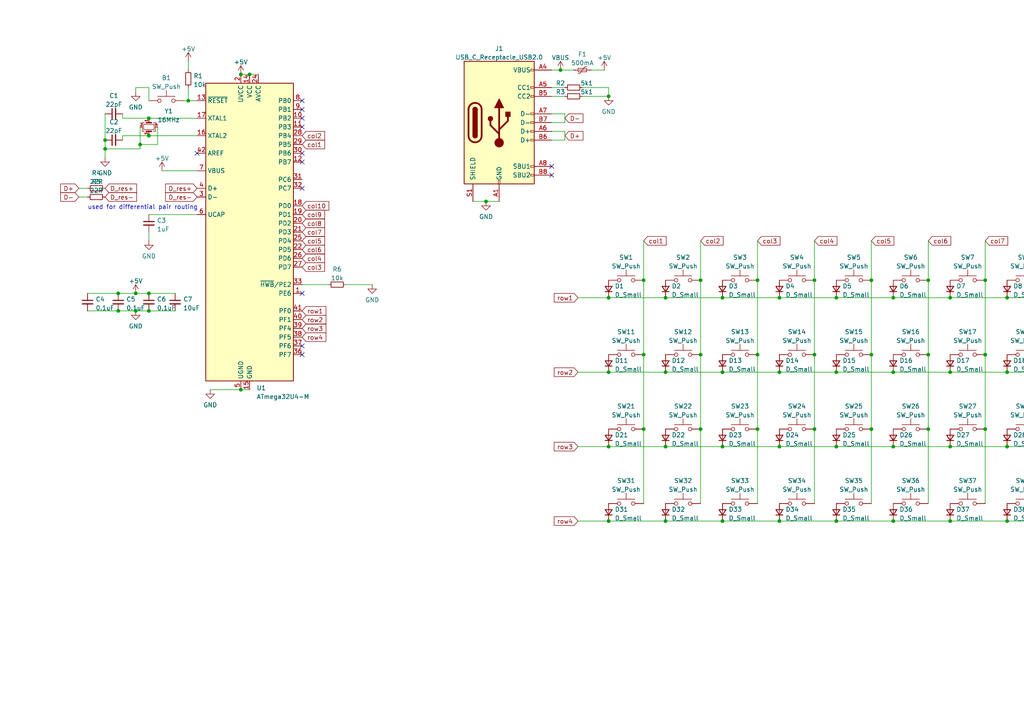
<source format=kicad_sch>
(kicad_sch (version 20211123) (generator eeschema)
  (paper "A4")
  (lib_symbols
    (symbol "Connector:USB_C_Receptacle_USB2.0" (pin_names (offset 1.016))
      (property "Reference" "J" (at -10.16 19.05 0))
      (property "Value" "USB_C_Receptacle_USB2.0" (at 19.05 19.05 0))
      (symbol "USB_C_Receptacle_USB2.0_1_1"
        (pin passive line (at 0 -22.86 90) (length 5.08) (name "GND") (number "A1"))
        (pin passive line (at 0 -22.86 90) (length 5.08) hide (name "GND") (number "A12"))
        (pin passive line (at 15.24 15.24 180) (length 5.08) (name "VBUS") (number "A4"))
        (pin bidirectional line (at 15.24 10.16 180) (length 5.08) (name "CC1") (number "A5"))
        (pin bidirectional line (at 15.24 -2.54 180) (length 5.08) (name "D+") (number "A6"))
        (pin bidirectional line (at 15.24 2.54 180) (length 5.08) (name "D-") (number "A7"))
        (pin bidirectional line (at 15.24 -12.7 180) (length 5.08) (name "SBU1") (number "A8"))
        (pin passive line (at 15.24 15.24 180) (length 5.08) hide (name "VBUS") (number "A9"))
        (pin passive line (at 0 -22.86 90) (length 5.08) hide (name "GND") (number "B1"))
        (pin passive line (at 0 -22.86 90) (length 5.08) hide (name "GND") (number "B12"))
        (pin passive line (at 15.24 15.24 180) (length 5.08) hide (name "VBUS") (number "B4"))
        (pin bidirectional line (at 15.24 7.62 180) (length 5.08) (name "CC2") (number "B5"))
        (pin bidirectional line (at 15.24 -5.08 180) (length 5.08) (name "D+") (number "B6"))
        (pin bidirectional line (at 15.24 0 180) (length 5.08) (name "D-") (number "B7"))
        (pin bidirectional line (at 15.24 -15.24 180) (length 5.08) (name "SBU2") (number "B8"))
        (pin passive line (at 15.24 15.24 180) (length 5.08) hide (name "VBUS") (number "B9"))
        (pin passive line (at -7.62 -22.86 90) (length 5.08) (name "SHIELD") (number "S1"))
      )
    )
    (symbol "Device:C_Small" (pin_numbers hide) (pin_names (offset 0.254) hide)
      (property "Reference" "C" (at 0.254 1.778 0))
      (property "Value" "C_Small" (at 0.254 -2.032 0))
      (symbol "C_Small_1_1"
        (pin passive line (at 0 2.54 270) (length 2.032) (name "~") (number "1"))
        (pin passive line (at 0 -2.54 90) (length 2.032) (name "~") (number "2"))
      )
    )
    (symbol "Device:Crystal_GND24_Small" (pin_names (offset 1.016) hide)
      (property "Reference" "Y" (at 1.27 4.445 0))
      (property "Value" "Crystal_GND24_Small" (at 1.27 2.54 0))
      (symbol "Crystal_GND24_Small_1_1"
        (pin passive line (at -2.54 0 0) (length 1.27) (name "1") (number "1"))
        (pin passive line (at 0 -2.54 90) (length 0.635) (name "2") (number "2"))
        (pin passive line (at 2.54 0 180) (length 1.27) (name "3") (number "3"))
        (pin passive line (at 0 2.54 270) (length 0.635) (name "4") (number "4"))
      )
    )
    (symbol "Device:D_Small" (pin_numbers hide) (pin_names (offset 0.254) hide)
      (property "Reference" "D" (at -1.27 2.032 0))
      (property "Value" "D_Small" (at -3.81 -2.032 0))
      (symbol "D_Small_1_1"
        (pin passive line (at -2.54 0 0) (length 1.778) (name "K") (number "1"))
        (pin passive line (at 2.54 0 180) (length 1.778) (name "A") (number "2"))
      )
    )
    (symbol "Device:Polyfuse_Small" (pin_numbers hide) (pin_names (offset 0))
      (property "Reference" "F" (at -1.905 0 90))
      (property "Value" "Polyfuse_Small" (at 1.905 0 90))
      (symbol "Polyfuse_Small_1_1"
        (pin passive line (at 0 2.54 270) (length 0.635) (name "~") (number "1"))
        (pin passive line (at 0 -2.54 90) (length 0.635) (name "~") (number "2"))
      )
    )
    (symbol "Device:R_Small" (pin_numbers hide) (pin_names (offset 0.254) hide)
      (property "Reference" "R" (at 0.762 0.508 0))
      (property "Value" "R_Small" (at 0.762 -1.016 0))
      (symbol "R_Small_1_1"
        (pin passive line (at 0 2.54 270) (length 0.762) (name "~") (number "1"))
        (pin passive line (at 0 -2.54 90) (length 0.762) (name "~") (number "2"))
      )
    )
    (symbol "MCU_Microchip_ATmega:ATmega32U4-M"
      (property "Reference" "U" (at -12.7 44.45 0))
      (property "Value" "ATmega32U4-M" (at 2.54 -44.45 0))
      (symbol "ATmega32U4-M_1_1"
        (pin bidirectional line (at 15.24 -17.78 180) (length 2.54) (name "PE6") (number "1"))
        (pin bidirectional line (at 15.24 33.02 180) (length 2.54) (name "PB2") (number "10"))
        (pin bidirectional line (at 15.24 30.48 180) (length 2.54) (name "PB3") (number "11"))
        (pin bidirectional line (at 15.24 20.32 180) (length 2.54) (name "PB7") (number "12"))
        (pin input line (at -15.24 38.1 0) (length 2.54) (name "~{RESET}") (number "13"))
        (pin power_in line (at 0 45.72 270) (length 2.54) (name "VCC") (number "14"))
        (pin power_in line (at 0 -45.72 90) (length 2.54) (name "GND") (number "15"))
        (pin output line (at -15.24 27.94 0) (length 2.54) (name "XTAL2") (number "16"))
        (pin input line (at -15.24 33.02 0) (length 2.54) (name "XTAL1") (number "17"))
        (pin bidirectional line (at 15.24 7.62 180) (length 2.54) (name "PD0") (number "18"))
        (pin bidirectional line (at 15.24 5.08 180) (length 2.54) (name "PD1") (number "19"))
        (pin power_in line (at -2.54 45.72 270) (length 2.54) (name "UVCC") (number "2"))
        (pin bidirectional line (at 15.24 2.54 180) (length 2.54) (name "PD2") (number "20"))
        (pin bidirectional line (at 15.24 0 180) (length 2.54) (name "PD3") (number "21"))
        (pin bidirectional line (at 15.24 -5.08 180) (length 2.54) (name "PD5") (number "22"))
        (pin passive line (at 0 -45.72 90) (length 2.54) hide (name "GND") (number "23"))
        (pin power_in line (at 2.54 45.72 270) (length 2.54) (name "AVCC") (number "24"))
        (pin bidirectional line (at 15.24 -2.54 180) (length 2.54) (name "PD4") (number "25"))
        (pin bidirectional line (at 15.24 -7.62 180) (length 2.54) (name "PD6") (number "26"))
        (pin bidirectional line (at 15.24 -10.16 180) (length 2.54) (name "PD7") (number "27"))
        (pin bidirectional line (at 15.24 27.94 180) (length 2.54) (name "PB4") (number "28"))
        (pin bidirectional line (at 15.24 25.4 180) (length 2.54) (name "PB5") (number "29"))
        (pin bidirectional line (at -15.24 10.16 0) (length 2.54) (name "D-") (number "3"))
        (pin bidirectional line (at 15.24 22.86 180) (length 2.54) (name "PB6") (number "30"))
        (pin bidirectional line (at 15.24 15.24 180) (length 2.54) (name "PC6") (number "31"))
        (pin bidirectional line (at 15.24 12.7 180) (length 2.54) (name "PC7") (number "32"))
        (pin bidirectional line (at 15.24 -15.24 180) (length 2.54) (name "~{HWB}/PE2") (number "33"))
        (pin passive line (at 0 45.72 270) (length 2.54) hide (name "VCC") (number "34"))
        (pin passive line (at 0 -45.72 90) (length 2.54) hide (name "GND") (number "35"))
        (pin bidirectional line (at 15.24 -35.56 180) (length 2.54) (name "PF7") (number "36"))
        (pin bidirectional line (at 15.24 -33.02 180) (length 2.54) (name "PF6") (number "37"))
        (pin bidirectional line (at 15.24 -30.48 180) (length 2.54) (name "PF5") (number "38"))
        (pin bidirectional line (at 15.24 -27.94 180) (length 2.54) (name "PF4") (number "39"))
        (pin bidirectional line (at -15.24 12.7 0) (length 2.54) (name "D+") (number "4"))
        (pin bidirectional line (at 15.24 -25.4 180) (length 2.54) (name "PF1") (number "40"))
        (pin bidirectional line (at 15.24 -22.86 180) (length 2.54) (name "PF0") (number "41"))
        (pin passive line (at -15.24 22.86 0) (length 2.54) (name "AREF") (number "42"))
        (pin passive line (at 0 -45.72 90) (length 2.54) hide (name "GND") (number "43"))
        (pin passive line (at 2.54 45.72 270) (length 2.54) hide (name "AVCC") (number "44"))
        (pin passive line (at 0 -45.72 90) (length 2.54) hide (name "GND") (number "45"))
        (pin passive line (at -2.54 -45.72 90) (length 2.54) (name "UGND") (number "5"))
        (pin passive line (at -15.24 5.08 0) (length 2.54) (name "UCAP") (number "6"))
        (pin input line (at -15.24 17.78 0) (length 2.54) (name "VBUS") (number "7"))
        (pin bidirectional line (at 15.24 38.1 180) (length 2.54) (name "PB0") (number "8"))
        (pin bidirectional line (at 15.24 35.56 180) (length 2.54) (name "PB1") (number "9"))
      )
    )
    (symbol "Mechanical:MountingHole" (pin_names (offset 1.016))
      (property "Reference" "H" (at 0 5.08 0))
      (property "Value" "MountingHole" (at 0 3.175 0))
    )
    (symbol "Switch:SW_Push" (pin_numbers hide) (pin_names (offset 1.016) hide)
      (property "Reference" "SW" (at 1.27 2.54 0))
      (property "Value" "SW_Push" (at 0 -1.524 0))
      (symbol "SW_Push_0_1"
        (pin passive line (at -5.08 0 0) (length 2.54) (name "1") (number "1"))
        (pin passive line (at 5.08 0 180) (length 2.54) (name "2") (number "2"))
      )
    )
    (symbol "power:+5V" (power) (pin_names (offset 0))
      (property "Value" "+5V" (at 0 3.556 0))
      (symbol "+5V_1_1"
        (pin power_in line (at 0 0 90) (length 0) hide (name "+5V") (number "1"))
      )
    )
    (symbol "power:GND" (power) (pin_names (offset 0))
      (property "Value" "GND" (at 0 -3.81 0))
      (symbol "GND_1_1"
        (pin power_in line (at 0 0 270) (length 0) hide (name "GND") (number "1"))
      )
    )
    (symbol "power:VBUS" (power) (pin_names (offset 0))
      (property "Value" "VBUS" (at 0 3.81 0))
      (symbol "VBUS_1_1"
        (pin power_in line (at 0 0 90) (length 0) hide (name "VBUS") (number "1"))
      )
    )
  )
  (junction (at 30.48 40.64))
  (junction (at 193.04 86.36))
  (junction (at 275.59 86.36))
  (junction (at 259.08 151.13))
  (junction (at 236.22 81.28))
  (junction (at 39.37 90.17))
  (junction (at 43.18 39.37))
  (junction (at 209.55 86.36))
  (junction (at 236.22 102.87))
  (junction (at 252.73 102.87))
  (junction (at 292.1 151.13))
  (junction (at 219.71 102.87))
  (junction (at 219.71 81.28))
  (junction (at 242.57 107.95))
  (junction (at 209.55 107.95))
  (junction (at 209.55 129.54))
  (junction (at 285.75 124.46))
  (junction (at 34.29 90.17))
  (junction (at 259.08 86.36))
  (junction (at 308.61 151.13))
  (junction (at 203.2 102.87))
  (junction (at 269.24 124.46))
  (junction (at 226.06 86.36))
  (junction (at 203.2 81.28))
  (junction (at 43.18 90.17))
  (junction (at 335.28 102.87))
  (junction (at 176.53 86.36))
  (junction (at 308.61 107.95))
  (junction (at 252.73 81.28))
  (junction (at 176.53 151.13))
  (junction (at 186.69 102.87))
  (junction (at 292.1 86.36))
  (junction (at 292.1 129.54))
  (junction (at 219.71 124.46))
  (junction (at 302.26 81.28))
  (junction (at 275.59 107.95))
  (junction (at 335.28 81.28))
  (junction (at 285.75 81.28))
  (junction (at 34.29 85.09))
  (junction (at 318.77 81.28))
  (junction (at 318.77 124.46))
  (junction (at 242.57 129.54))
  (junction (at 275.59 151.13))
  (junction (at 242.57 151.13))
  (junction (at 226.06 107.95))
  (junction (at 236.22 124.46))
  (junction (at 69.85 21.59))
  (junction (at 335.28 124.46))
  (junction (at 318.77 102.87))
  (junction (at 140.97 58.42))
  (junction (at 209.55 151.13))
  (junction (at 226.06 151.13))
  (junction (at 40.64 41.91))
  (junction (at 226.06 129.54))
  (junction (at 43.18 85.09))
  (junction (at 302.26 102.87))
  (junction (at 302.26 124.46))
  (junction (at 176.53 107.95))
  (junction (at 43.18 34.29))
  (junction (at 269.24 102.87))
  (junction (at 193.04 107.95))
  (junction (at 176.53 27.94))
  (junction (at 72.39 21.59))
  (junction (at 269.24 81.28))
  (junction (at 242.57 86.36))
  (junction (at 275.59 129.54))
  (junction (at 54.61 29.21))
  (junction (at 259.08 129.54))
  (junction (at 176.53 129.54))
  (junction (at 186.69 81.28))
  (junction (at 252.73 124.46))
  (junction (at 162.56 20.32))
  (junction (at 186.69 124.46))
  (junction (at 193.04 151.13))
  (junction (at 259.08 107.95))
  (junction (at 69.85 113.03))
  (junction (at 308.61 86.36))
  (junction (at 308.61 129.54))
  (junction (at 292.1 107.95))
  (junction (at 285.75 102.87))
  (junction (at 39.37 85.09))
  (junction (at 203.2 124.46))
  (junction (at 193.04 129.54))
  (junction (at 30.48 43.18))
  (no_connect (at 57.15 44.45))
  (no_connect (at 87.63 36.83))
  (no_connect (at 87.63 34.29))
  (no_connect (at 87.63 31.75))
  (no_connect (at 87.63 29.21))
  (no_connect (at 87.63 54.61))
  (no_connect (at 87.63 46.99))
  (no_connect (at 87.63 44.45))
  (no_connect (at 87.63 85.09))
  (no_connect (at 87.63 100.33))
  (no_connect (at 87.63 102.87))
  (no_connect (at 160.02 50.8))
  (no_connect (at 160.02 48.26))
  (wire (pts (xy 236.22 124.46) (xy 236.22 146.05)))
  (wire (pts (xy 318.77 124.46) (xy 318.77 146.05)))
  (wire (pts (xy 87.63 82.55) (xy 95.25 82.55)))
  (wire (pts (xy 137.16 58.42) (xy 140.97 58.42)))
  (wire (pts (xy 176.53 151.13) (xy 193.04 151.13)))
  (wire (pts (xy 269.24 124.46) (xy 269.24 146.05)))
  (wire (pts (xy 318.77 102.87) (xy 318.77 124.46)))
  (wire (pts (xy 46.99 49.53) (xy 57.15 49.53)))
  (wire (pts (xy 43.18 39.37) (xy 57.15 39.37)))
  (wire (pts (xy 168.91 27.94) (xy 176.53 27.94)))
  (wire (pts (xy 209.55 86.36) (xy 226.06 86.36)))
  (wire (pts (xy 252.73 81.28) (xy 252.73 102.87)))
  (wire (pts (xy 308.61 107.95) (xy 325.12 107.95)))
  (wire (pts (xy 242.57 107.95) (xy 259.08 107.95)))
  (wire (pts (xy 39.37 85.09) (xy 43.18 85.09)))
  (wire (pts (xy 318.77 69.85) (xy 318.77 81.28)))
  (wire (pts (xy 302.26 81.28) (xy 302.26 102.87)))
  (wire (pts (xy 219.71 124.46) (xy 219.71 146.05)))
  (wire (pts (xy 242.57 129.54) (xy 259.08 129.54)))
  (wire (pts (xy 39.37 25.4) (xy 39.37 26.67)))
  (wire (pts (xy 160.02 33.02) (xy 163.83 33.02)))
  (wire (pts (xy 318.77 81.28) (xy 318.77 102.87)))
  (wire (pts (xy 292.1 129.54) (xy 308.61 129.54)))
  (wire (pts (xy 259.08 86.36) (xy 275.59 86.36)))
  (wire (pts (xy 285.75 102.87) (xy 285.75 124.46)))
  (wire (pts (xy 54.61 25.4) (xy 54.61 29.21)))
  (wire (pts (xy 308.61 151.13) (xy 325.12 151.13)))
  (wire (pts (xy 40.64 41.91) (xy 40.64 36.83)))
  (wire (pts (xy 252.73 69.85) (xy 252.73 81.28)))
  (wire (pts (xy 45.72 36.83) (xy 45.72 41.91)))
  (wire (pts (xy 259.08 129.54) (xy 275.59 129.54)))
  (wire (pts (xy 186.69 124.46) (xy 186.69 146.05)))
  (wire (pts (xy 242.57 151.13) (xy 259.08 151.13)))
  (wire (pts (xy 167.64 129.54) (xy 176.53 129.54)))
  (wire (pts (xy 171.45 20.32) (xy 175.26 20.32)))
  (wire (pts (xy 176.53 25.4) (xy 176.53 27.94)))
  (wire (pts (xy 69.85 113.03) (xy 72.39 113.03)))
  (wire (pts (xy 219.71 81.28) (xy 219.71 102.87)))
  (wire (pts (xy 43.18 25.4) (xy 39.37 25.4)))
  (wire (pts (xy 302.26 124.46) (xy 302.26 146.05)))
  (wire (pts (xy 69.85 21.59) (xy 72.39 21.59)))
  (wire (pts (xy 43.18 39.37) (xy 35.56 39.37)))
  (wire (pts (xy 168.91 25.4) (xy 176.53 25.4)))
  (wire (pts (xy 308.61 129.54) (xy 325.12 129.54)))
  (wire (pts (xy 22.86 54.61) (xy 25.4 54.61)))
  (wire (pts (xy 54.61 29.21) (xy 57.15 29.21)))
  (wire (pts (xy 35.56 33.02) (xy 35.56 34.29)))
  (wire (pts (xy 308.61 86.36) (xy 325.12 86.36)))
  (wire (pts (xy 292.1 151.13) (xy 308.61 151.13)))
  (wire (pts (xy 335.28 102.87) (xy 335.28 124.46)))
  (wire (pts (xy 203.2 124.46) (xy 203.2 146.05)))
  (wire (pts (xy 259.08 107.95) (xy 275.59 107.95)))
  (wire (pts (xy 226.06 86.36) (xy 242.57 86.36)))
  (wire (pts (xy 176.53 86.36) (xy 193.04 86.36)))
  (wire (pts (xy 43.18 85.09) (xy 50.8 85.09)))
  (wire (pts (xy 275.59 129.54) (xy 292.1 129.54)))
  (wire (pts (xy 275.59 107.95) (xy 292.1 107.95)))
  (wire (pts (xy 35.56 39.37) (xy 35.56 40.64)))
  (wire (pts (xy 186.69 81.28) (xy 186.69 102.87)))
  (wire (pts (xy 167.64 107.95) (xy 176.53 107.95)))
  (wire (pts (xy 100.33 82.55) (xy 107.95 82.55)))
  (wire (pts (xy 209.55 129.54) (xy 226.06 129.54)))
  (wire (pts (xy 269.24 69.85) (xy 269.24 81.28)))
  (wire (pts (xy 72.39 21.59) (xy 74.93 21.59)))
  (wire (pts (xy 25.4 85.09) (xy 34.29 85.09)))
  (wire (pts (xy 39.37 90.17) (xy 43.18 90.17)))
  (wire (pts (xy 43.18 29.21) (xy 43.18 25.4)))
  (wire (pts (xy 163.83 38.1) (xy 163.83 40.64)))
  (wire (pts (xy 269.24 102.87) (xy 269.24 124.46)))
  (wire (pts (xy 22.86 57.15) (xy 25.4 57.15)))
  (wire (pts (xy 203.2 102.87) (xy 203.2 124.46)))
  (wire (pts (xy 285.75 124.46) (xy 285.75 146.05)))
  (wire (pts (xy 43.18 62.23) (xy 57.15 62.23)))
  (wire (pts (xy 43.18 34.29) (xy 57.15 34.29)))
  (wire (pts (xy 43.18 90.17) (xy 50.8 90.17)))
  (wire (pts (xy 275.59 86.36) (xy 292.1 86.36)))
  (wire (pts (xy 186.69 69.85) (xy 186.69 81.28)))
  (wire (pts (xy 226.06 107.95) (xy 242.57 107.95)))
  (wire (pts (xy 259.08 151.13) (xy 275.59 151.13)))
  (wire (pts (xy 193.04 151.13) (xy 209.55 151.13)))
  (wire (pts (xy 285.75 81.28) (xy 285.75 102.87)))
  (wire (pts (xy 34.29 90.17) (xy 39.37 90.17)))
  (wire (pts (xy 186.69 102.87) (xy 186.69 124.46)))
  (wire (pts (xy 30.48 43.18) (xy 40.64 43.18)))
  (wire (pts (xy 43.18 67.31) (xy 43.18 69.85)))
  (wire (pts (xy 219.71 102.87) (xy 219.71 124.46)))
  (wire (pts (xy 335.28 81.28) (xy 335.28 102.87)))
  (wire (pts (xy 236.22 81.28) (xy 236.22 102.87)))
  (wire (pts (xy 219.71 69.85) (xy 219.71 81.28)))
  (wire (pts (xy 60.96 113.03) (xy 69.85 113.03)))
  (wire (pts (xy 53.34 29.21) (xy 54.61 29.21)))
  (wire (pts (xy 252.73 124.46) (xy 252.73 146.05)))
  (wire (pts (xy 203.2 81.28) (xy 203.2 102.87)))
  (wire (pts (xy 335.28 124.46) (xy 335.28 146.05)))
  (wire (pts (xy 160.02 35.56) (xy 163.83 35.56)))
  (wire (pts (xy 54.61 17.78) (xy 54.61 20.32)))
  (wire (pts (xy 160.02 38.1) (xy 163.83 38.1)))
  (wire (pts (xy 236.22 102.87) (xy 236.22 124.46)))
  (wire (pts (xy 242.57 86.36) (xy 259.08 86.36)))
  (wire (pts (xy 285.75 69.85) (xy 285.75 81.28)))
  (wire (pts (xy 209.55 107.95) (xy 226.06 107.95)))
  (wire (pts (xy 302.26 69.85) (xy 302.26 81.28)))
  (wire (pts (xy 160.02 27.94) (xy 163.83 27.94)))
  (wire (pts (xy 160.02 25.4) (xy 163.83 25.4)))
  (wire (pts (xy 226.06 151.13) (xy 242.57 151.13)))
  (wire (pts (xy 292.1 86.36) (xy 308.61 86.36)))
  (wire (pts (xy 30.48 40.64) (xy 30.48 43.18)))
  (wire (pts (xy 45.72 41.91) (xy 40.64 41.91)))
  (wire (pts (xy 269.24 81.28) (xy 269.24 102.87)))
  (wire (pts (xy 302.26 102.87) (xy 302.26 124.46)))
  (wire (pts (xy 167.64 86.36) (xy 176.53 86.36)))
  (wire (pts (xy 209.55 151.13) (xy 226.06 151.13)))
  (wire (pts (xy 30.48 33.02) (xy 30.48 40.64)))
  (wire (pts (xy 193.04 107.95) (xy 209.55 107.95)))
  (wire (pts (xy 162.56 20.32) (xy 166.37 20.32)))
  (wire (pts (xy 193.04 129.54) (xy 209.55 129.54)))
  (wire (pts (xy 275.59 151.13) (xy 292.1 151.13)))
  (wire (pts (xy 252.73 102.87) (xy 252.73 124.46)))
  (wire (pts (xy 335.28 69.85) (xy 335.28 81.28)))
  (wire (pts (xy 160.02 20.32) (xy 162.56 20.32)))
  (wire (pts (xy 40.64 41.91) (xy 40.64 43.18)))
  (wire (pts (xy 30.48 43.18) (xy 30.48 45.72)))
  (wire (pts (xy 25.4 90.17) (xy 34.29 90.17)))
  (wire (pts (xy 163.83 35.56) (xy 163.83 33.02)))
  (wire (pts (xy 292.1 107.95) (xy 308.61 107.95)))
  (wire (pts (xy 167.64 151.13) (xy 176.53 151.13)))
  (wire (pts (xy 226.06 129.54) (xy 242.57 129.54)))
  (wire (pts (xy 34.29 85.09) (xy 39.37 85.09)))
  (wire (pts (xy 203.2 69.85) (xy 203.2 81.28)))
  (wire (pts (xy 193.04 86.36) (xy 209.55 86.36)))
  (wire (pts (xy 160.02 40.64) (xy 163.83 40.64)))
  (wire (pts (xy 43.18 34.29) (xy 35.56 34.29)))
  (wire (pts (xy 176.53 129.54) (xy 193.04 129.54)))
  (wire (pts (xy 236.22 69.85) (xy 236.22 81.28)))
  (wire (pts (xy 176.53 107.95) (xy 193.04 107.95)))
  (wire (pts (xy 140.97 58.42) (xy 144.78 58.42)))
  (text "used for differential pair routing\n" (at 25.4 60.96 0) (effects (font (size 1.27 1.27)) (justify left bottom)))
  (global_label "col2" (shape input) (at 203.2 69.85 0) (property "Intersheet References" "${INTERSHEET_REFS}" (effects hide)))
  (global_label "col9" (shape input) (at 318.77 69.85 0) (property "Intersheet References" "${INTERSHEET_REFS}" (effects hide)))
  (global_label "D+" (shape input) (at 22.86 54.61 180) (property "Intersheet References" "${INTERSHEET_REFS}" (effects hide)))
  (global_label "col6" (shape input) (at 269.24 69.85 0) (property "Intersheet References" "${INTERSHEET_REFS}" (effects hide)))
  (global_label "col2" (shape input) (at 87.63 39.37 0) (property "Intersheet References" "${INTERSHEET_REFS}" (effects hide)))
  (global_label "col1" (shape input) (at 186.69 69.85 0) (property "Intersheet References" "${INTERSHEET_REFS}" (effects hide)))
  (global_label "D-" (shape input) (at 22.86 57.15 180) (property "Intersheet References" "${INTERSHEET_REFS}" (effects hide)))
  (global_label "col3" (shape input) (at 87.63 77.47 0) (property "Intersheet References" "${INTERSHEET_REFS}" (effects hide)))
  (global_label "row1" (shape input) (at 87.63 90.17 0) (property "Intersheet References" "${INTERSHEET_REFS}" (effects hide)))
  (global_label "D_res-" (shape input) (at 30.48 57.15 0) (property "Intersheet References" "${INTERSHEET_REFS}" (effects hide)))
  (global_label "row3" (shape input) (at 167.64 129.54 180) (property "Intersheet References" "${INTERSHEET_REFS}" (effects hide)))
  (global_label "col7" (shape input) (at 87.63 67.31 0) (property "Intersheet References" "${INTERSHEET_REFS}" (effects hide)))
  (global_label "row4" (shape input) (at 87.63 97.79 0) (property "Intersheet References" "${INTERSHEET_REFS}" (effects hide)))
  (global_label "D-" (shape input) (at 163.83 34.29 0) (property "Intersheet References" "${INTERSHEET_REFS}" (effects hide)))
  (global_label "D_res-" (shape input) (at 57.15 57.15 180) (property "Intersheet References" "${INTERSHEET_REFS}" (effects hide)))
  (global_label "row1" (shape input) (at 167.64 86.36 180) (property "Intersheet References" "${INTERSHEET_REFS}" (effects hide)))
  (global_label "col10" (shape input) (at 335.28 69.85 0) (property "Intersheet References" "${INTERSHEET_REFS}" (effects hide)))
  (global_label "col8" (shape input) (at 87.63 64.77 0) (property "Intersheet References" "${INTERSHEET_REFS}" (effects hide)))
  (global_label "col4" (shape input) (at 87.63 74.93 0) (property "Intersheet References" "${INTERSHEET_REFS}" (effects hide)))
  (global_label "col1" (shape input) (at 87.63 41.91 0) (property "Intersheet References" "${INTERSHEET_REFS}" (effects hide)))
  (global_label "col3" (shape input) (at 219.71 69.85 0) (property "Intersheet References" "${INTERSHEET_REFS}" (effects hide)))
  (global_label "col10" (shape input) (at 87.63 59.69 0) (property "Intersheet References" "${INTERSHEET_REFS}" (effects hide)))
  (global_label "row3" (shape input) (at 87.63 95.25 0) (property "Intersheet References" "${INTERSHEET_REFS}" (effects hide)))
  (global_label "col9" (shape input) (at 87.63 62.23 0) (property "Intersheet References" "${INTERSHEET_REFS}" (effects hide)))
  (global_label "col7" (shape input) (at 285.75 69.85 0) (property "Intersheet References" "${INTERSHEET_REFS}" (effects hide)))
  (global_label "col8" (shape input) (at 302.26 69.85 0) (property "Intersheet References" "${INTERSHEET_REFS}" (effects hide)))
  (global_label "row2" (shape input) (at 167.64 107.95 180) (property "Intersheet References" "${INTERSHEET_REFS}" (effects hide)))
  (global_label "D_res+" (shape input) (at 57.15 54.61 180) (property "Intersheet References" "${INTERSHEET_REFS}" (effects hide)))
  (global_label "col4" (shape input) (at 236.22 69.85 0) (property "Intersheet References" "${INTERSHEET_REFS}" (effects hide)))
  (global_label "col5" (shape input) (at 87.63 69.85 0) (property "Intersheet References" "${INTERSHEET_REFS}" (effects hide)))
  (global_label "row2" (shape input) (at 87.63 92.71 0) (property "Intersheet References" "${INTERSHEET_REFS}" (effects hide)))
  (global_label "D+" (shape input) (at 163.83 39.37 0) (property "Intersheet References" "${INTERSHEET_REFS}" (effects hide)))
  (global_label "col6" (shape input) (at 87.63 72.39 0) (property "Intersheet References" "${INTERSHEET_REFS}" (effects hide)))
  (global_label "col5" (shape input) (at 252.73 69.85 0) (property "Intersheet References" "${INTERSHEET_REFS}" (effects hide)))
  (global_label "D_res+" (shape input) (at 30.48 54.61 0) (property "Intersheet References" "${INTERSHEET_REFS}" (effects hide)))
  (global_label "row4" (shape input) (at 167.64 151.13 180) (property "Intersheet References" "${INTERSHEET_REFS}" (effects hide)))
  (symbol (lib_id "Switch:SW_Push") (at 264.16 102.87 0) (unit 1)
    (property "Reference" "SW16" (at 264.16 96.2492 0))
    (property "Value" "SW_Push" (at 264.16 98.7861 0))
    (property "Footprint" "keyswitches:Kailh_socket_PG1350" (effects hide))
  )
  (symbol (lib_id "Device:Crystal_GND24_Small") (at 43.18 36.83 270) (unit 1)
    (property "Reference" "Y1" (at 48.9139 32.2411 90))
    (property "Value" "16MHz" (at 48.9139 34.778 90))
    (property "Footprint" "Crystal:Crystal_SMD_3225-4Pin_3.2x2.5mm" (effects hide))
  )
  (symbol (lib_id "Device:D_Small") (at 308.61 127 90) (unit 1)
    (property "Reference" "D29" (at 310.388 126.1653 90) (effects (justify right)))
    (property "Value" "D_Small" (at 310.388 128.7022 90) (effects (justify right)))
    (property "Footprint" "Diode_SMD:D_SOD-323" (effects hide))
  )
  (symbol (lib_id "power:+5V") (at 175.26 20.32 0) (unit 1)
    (property "Reference" "#PWR03" (effects hide))
    (property "Value" "+5V" (at 175.26 16.7442 0))
  )
  (symbol (lib_id "Device:D_Small") (at 259.08 127 90) (unit 1)
    (property "Reference" "D26" (at 260.858 126.1653 90) (effects (justify right)))
    (property "Value" "D_Small" (at 260.858 128.7022 90) (effects (justify right)))
    (property "Footprint" "Diode_SMD:D_SOD-323" (effects hide))
  )
  (symbol (lib_id "Device:R_Small") (at 27.94 57.15 90) (unit 1)
    (property "Reference" "R5" (at 27.94 52.7136 90))
    (property "Value" "22R" (at 27.94 55.2505 90))
    (property "Footprint" "Resistor_SMD:R_0402_1005Metric" (effects hide))
  )
  (symbol (lib_id "Switch:SW_Push") (at 313.69 81.28 0) (unit 1)
    (property "Reference" "SW9" (at 313.69 74.6592 0))
    (property "Value" "SW_Push" (at 313.69 77.1961 0))
    (property "Footprint" "keyswitches:Kailh_socket_PG1350" (effects hide))
  )
  (symbol (lib_id "Switch:SW_Push") (at 181.61 146.05 0) (unit 1)
    (property "Reference" "SW31" (at 181.61 139.4292 0))
    (property "Value" "SW_Push" (at 181.61 141.9661 0))
    (property "Footprint" "keyswitches:Kailh_socket_PG1350" (effects hide))
  )
  (symbol (lib_id "Device:D_Small") (at 176.53 83.82 90) (unit 1)
    (property "Reference" "D1" (at 178.308 82.9853 90) (effects (justify right)))
    (property "Value" "D_Small" (at 178.308 85.5222 90) (effects (justify right)))
    (property "Footprint" "Diode_SMD:D_SOD-323" (effects hide))
  )
  (symbol (lib_id "Device:D_Small") (at 209.55 127 90) (unit 1)
    (property "Reference" "D23" (at 211.328 126.1653 90) (effects (justify right)))
    (property "Value" "D_Small" (at 211.328 128.7022 90) (effects (justify right)))
    (property "Footprint" "Diode_SMD:D_SOD-323" (effects hide))
  )
  (symbol (lib_id "Switch:SW_Push") (at 214.63 124.46 0) (unit 1)
    (property "Reference" "SW23" (at 214.63 117.8392 0))
    (property "Value" "SW_Push" (at 214.63 120.3761 0))
    (property "Footprint" "keyswitches:Kailh_socket_PG1350" (effects hide))
  )
  (symbol (lib_id "Device:D_Small") (at 292.1 83.82 90) (unit 1)
    (property "Reference" "D8" (at 293.878 82.9853 90) (effects (justify right)))
    (property "Value" "D_Small" (at 293.878 85.5222 90) (effects (justify right)))
    (property "Footprint" "Diode_SMD:D_SOD-323" (effects hide))
  )
  (symbol (lib_id "power:GND") (at 176.53 27.94 0) (unit 1)
    (property "Reference" "#PWR06" (effects hide))
    (property "Value" "GND" (at 176.53 32.3834 0))
  )
  (symbol (lib_id "Switch:SW_Push") (at 231.14 81.28 0) (unit 1)
    (property "Reference" "SW4" (at 231.14 74.6592 0))
    (property "Value" "SW_Push" (at 231.14 77.1961 0))
    (property "Footprint" "keyswitches:Kailh_socket_PG1350" (effects hide))
  )
  (symbol (lib_id "Device:D_Small") (at 193.04 148.59 90) (unit 1)
    (property "Reference" "D32" (at 194.818 147.7553 90) (effects (justify right)))
    (property "Value" "D_Small" (at 194.818 150.2922 90) (effects (justify right)))
    (property "Footprint" "Diode_SMD:D_SOD-323" (effects hide))
  )
  (symbol (lib_id "power:+5V") (at 46.99 49.53 0) (unit 1)
    (property "Reference" "#PWR08" (effects hide))
    (property "Value" "+5V" (at 46.99 45.9542 0))
  )
  (symbol (lib_id "Device:D_Small") (at 209.55 83.82 90) (unit 1)
    (property "Reference" "D3" (at 211.328 82.9853 90) (effects (justify right)))
    (property "Value" "D_Small" (at 211.328 85.5222 90) (effects (justify right)))
    (property "Footprint" "Diode_SMD:D_SOD-323" (effects hide))
  )
  (symbol (lib_id "Switch:SW_Push") (at 214.63 102.87 0) (unit 1)
    (property "Reference" "SW13" (at 214.63 96.2492 0))
    (property "Value" "SW_Push" (at 214.63 98.7861 0))
    (property "Footprint" "keyswitches:Kailh_socket_PG1350" (effects hide))
  )
  (symbol (lib_id "Switch:SW_Push") (at 181.61 124.46 0) (unit 1)
    (property "Reference" "SW21" (at 181.61 117.8392 0))
    (property "Value" "SW_Push" (at 181.61 120.3761 0))
    (property "Footprint" "keyswitches:Kailh_socket_PG1350" (effects hide))
  )
  (symbol (lib_id "power:GND") (at 39.37 90.17 0) (unit 1)
    (property "Reference" "#PWR013" (effects hide))
    (property "Value" "GND" (at 39.37 94.6134 0))
  )
  (symbol (lib_id "Device:D_Small") (at 325.12 83.82 90) (unit 1)
    (property "Reference" "D10" (at 326.898 82.9853 90) (effects (justify right)))
    (property "Value" "D_Small" (at 326.898 85.5222 90) (effects (justify right)))
    (property "Footprint" "Diode_SMD:D_SOD-323" (effects hide))
  )
  (symbol (lib_id "Device:D_Small") (at 193.04 83.82 90) (unit 1)
    (property "Reference" "D2" (at 194.818 82.9853 90) (effects (justify right)))
    (property "Value" "D_Small" (at 194.818 85.5222 90) (effects (justify right)))
    (property "Footprint" "Diode_SMD:D_SOD-323" (effects hide))
  )
  (symbol (lib_id "power:+5V") (at 39.37 85.09 0) (unit 1)
    (property "Reference" "#PWR012" (effects hide))
    (property "Value" "+5V" (at 39.37 81.5142 0))
  )
  (symbol (lib_id "Device:D_Small") (at 209.55 148.59 90) (unit 1)
    (property "Reference" "D33" (at 211.328 147.7553 90) (effects (justify right)))
    (property "Value" "D_Small" (at 211.328 150.2922 90) (effects (justify right)))
    (property "Footprint" "Diode_SMD:D_SOD-323" (effects hide))
  )
  (symbol (lib_id "Mechanical:MountingHole") (at 302.26 186.69 0) (unit 1)
    (property "Reference" "H5" (at 304.8 185.8553 0) (effects (justify left)))
    (property "Value" "MountingHole" (at 304.8 188.3922 0) (effects (justify left)))
    (property "Footprint" "MountingHole:MountingHole_2.2mm_M2_ISO7380" (effects hide))
  )
  (symbol (lib_id "Mechanical:MountingHole") (at 309.88 173.99 0) (unit 1)
    (property "Reference" "H2" (at 312.42 173.1553 0) (effects (justify left)))
    (property "Value" "MountingHole" (at 312.42 175.6922 0) (effects (justify left)))
    (property "Footprint" "MountingHole:MountingHole_2.2mm_M2_ISO7380" (effects hide))
  )
  (symbol (lib_id "Device:D_Small") (at 209.55 105.41 90) (unit 1)
    (property "Reference" "D13" (at 211.328 104.5753 90) (effects (justify right)))
    (property "Value" "D_Small" (at 211.328 107.1122 90) (effects (justify right)))
    (property "Footprint" "Diode_SMD:D_SOD-323" (effects hide))
  )
  (symbol (lib_id "Switch:SW_Push") (at 48.26 29.21 0) (unit 1)
    (property "Reference" "B1" (at 48.26 22.5892 0))
    (property "Value" "SW_Push" (at 48.26 25.1261 0))
    (property "Footprint" "Button_Switch_SMD:SW_SPST_SKQG_WithoutStem" (effects hide))
  )
  (symbol (lib_id "Device:D_Small") (at 325.12 127 90) (unit 1)
    (property "Reference" "D30" (at 326.898 126.1653 90) (effects (justify right)))
    (property "Value" "D_Small" (at 326.898 128.7022 90) (effects (justify right)))
    (property "Footprint" "Diode_SMD:D_SOD-323" (effects hide))
  )
  (symbol (lib_id "Switch:SW_Push") (at 330.2 146.05 0) (unit 1)
    (property "Reference" "SW40" (at 330.2 139.4292 0))
    (property "Value" "SW_Push" (at 330.2 141.9661 0))
    (property "Footprint" "keyswitches:Kailh_socket_PG1350" (effects hide))
  )
  (symbol (lib_id "Device:D_Small") (at 242.57 148.59 90) (unit 1)
    (property "Reference" "D35" (at 244.348 147.7553 90) (effects (justify right)))
    (property "Value" "D_Small" (at 244.348 150.2922 90) (effects (justify right)))
    (property "Footprint" "Diode_SMD:D_SOD-323" (effects hide))
  )
  (symbol (lib_id "Switch:SW_Push") (at 247.65 146.05 0) (unit 1)
    (property "Reference" "SW35" (at 247.65 139.4292 0))
    (property "Value" "SW_Push" (at 247.65 141.9661 0))
    (property "Footprint" "keyswitches:Kailh_socket_PG1350" (effects hide))
  )
  (symbol (lib_id "Device:C_Small") (at 33.02 33.02 90) (unit 1)
    (property "Reference" "C1" (at 33.0263 27.7581 90))
    (property "Value" "22pF" (at 33.0263 30.295 90))
    (property "Footprint" "Capacitor_SMD:C_0402_1005Metric" (effects hide))
  )
  (symbol (lib_id "Switch:SW_Push") (at 198.12 81.28 0) (unit 1)
    (property "Reference" "SW2" (at 198.12 74.6592 0))
    (property "Value" "SW_Push" (at 198.12 77.1961 0))
    (property "Footprint" "keyswitches:Kailh_socket_PG1350" (effects hide))
  )
  (symbol (lib_id "Device:R_Small") (at 27.94 54.61 90) (unit 1)
    (property "Reference" "R4" (at 27.94 50.1736 90))
    (property "Value" "22R" (at 27.94 52.7105 90))
    (property "Footprint" "Resistor_SMD:R_0402_1005Metric" (effects hide))
  )
  (symbol (lib_id "Switch:SW_Push") (at 313.69 102.87 0) (unit 1)
    (property "Reference" "SW19" (at 313.69 96.2492 0))
    (property "Value" "SW_Push" (at 313.69 98.7861 0))
    (property "Footprint" "keyswitches:Kailh_socket_PG1350" (effects hide))
  )
  (symbol (lib_id "Switch:SW_Push") (at 297.18 81.28 0) (unit 1)
    (property "Reference" "SW8" (at 297.18 74.6592 0))
    (property "Value" "SW_Push" (at 297.18 77.1961 0))
    (property "Footprint" "keyswitches:Kailh_socket_PG1350" (effects hide))
  )
  (symbol (lib_id "Connector:USB_C_Receptacle_USB2.0") (at 144.78 35.56 0) (unit 1)
    (property "Reference" "J1" (at 144.78 14.0802 0))
    (property "Value" "USB_C_Receptacle_USB2.0" (at 144.78 16.6171 0))
    (property "Footprint" "Connector_USB:USB_C_Receptacle_XKB_U262-16XN-4BVC11" (effects hide))
    (property "Datasheet" "https://www.usb.org/sites/default/files/documents/usb_type-c.zip" (effects hide))
  )
  (symbol (lib_id "Device:R_Small") (at 97.79 82.55 90) (unit 1)
    (property "Reference" "R6" (at 97.79 78.1136 90))
    (property "Value" "10k" (at 97.79 80.6505 90))
    (property "Footprint" "Resistor_SMD:R_0402_1005Metric" (effects hide))
  )
  (symbol (lib_id "Device:D_Small") (at 292.1 127 90) (unit 1)
    (property "Reference" "D28" (at 293.878 126.1653 90) (effects (justify right)))
    (property "Value" "D_Small" (at 293.878 128.7022 90) (effects (justify right)))
    (property "Footprint" "Diode_SMD:D_SOD-323" (effects hide))
  )
  (symbol (lib_id "power:GND") (at 30.48 45.72 0) (unit 1)
    (property "Reference" "#PWR07" (effects hide))
    (property "Value" "GND" (at 30.48 50.1634 0))
  )
  (symbol (lib_id "Device:D_Small") (at 292.1 148.59 90) (unit 1)
    (property "Reference" "D38" (at 293.878 147.7553 90) (effects (justify right)))
    (property "Value" "D_Small" (at 293.878 150.2922 90) (effects (justify right)))
    (property "Footprint" "Diode_SMD:D_SOD-323" (effects hide))
  )
  (symbol (lib_id "Device:D_Small") (at 242.57 83.82 90) (unit 1)
    (property "Reference" "D5" (at 244.348 82.9853 90) (effects (justify right)))
    (property "Value" "D_Small" (at 244.348 85.5222 90) (effects (justify right)))
    (property "Footprint" "Diode_SMD:D_SOD-323" (effects hide))
  )
  (symbol (lib_id "Device:D_Small") (at 176.53 105.41 90) (unit 1)
    (property "Reference" "D11" (at 178.308 104.5753 90) (effects (justify right)))
    (property "Value" "D_Small" (at 178.308 107.1122 90) (effects (justify right)))
    (property "Footprint" "Diode_SMD:D_SOD-323" (effects hide))
  )
  (symbol (lib_id "power:GND") (at 60.96 113.03 0) (unit 1)
    (property "Reference" "#PWR014" (effects hide))
    (property "Value" "GND" (at 60.96 117.4734 0))
  )
  (symbol (lib_id "Device:C_Small") (at 50.8 87.63 0) (unit 1)
    (property "Reference" "C7" (at 53.1241 86.8016 0) (effects (justify left)))
    (property "Value" "10uF" (at 53.1241 89.3385 0) (effects (justify left)))
    (property "Footprint" "Capacitor_SMD:C_0402_1005Metric" (effects hide))
  )
  (symbol (lib_id "Switch:SW_Push") (at 264.16 81.28 0) (unit 1)
    (property "Reference" "SW6" (at 264.16 74.6592 0))
    (property "Value" "SW_Push" (at 264.16 77.1961 0))
    (property "Footprint" "keyswitches:Kailh_socket_PG1350" (effects hide))
  )
  (symbol (lib_id "Device:D_Small") (at 226.06 83.82 90) (unit 1)
    (property "Reference" "D4" (at 227.838 82.9853 90) (effects (justify right)))
    (property "Value" "D_Small" (at 227.838 85.5222 90) (effects (justify right)))
    (property "Footprint" "Diode_SMD:D_SOD-323" (effects hide))
  )
  (symbol (lib_id "Device:D_Small") (at 176.53 127 90) (unit 1)
    (property "Reference" "D21" (at 178.308 126.1653 90) (effects (justify right)))
    (property "Value" "D_Small" (at 178.308 128.7022 90) (effects (justify right)))
    (property "Footprint" "Diode_SMD:D_SOD-323" (effects hide))
  )
  (symbol (lib_id "Switch:SW_Push") (at 231.14 146.05 0) (unit 1)
    (property "Reference" "SW34" (at 231.14 139.4292 0))
    (property "Value" "SW_Push" (at 231.14 141.9661 0))
    (property "Footprint" "keyswitches:Kailh_socket_PG1350" (effects hide))
  )
  (symbol (lib_id "Device:D_Small") (at 308.61 148.59 90) (unit 1)
    (property "Reference" "D39" (at 310.388 147.7553 90) (effects (justify right)))
    (property "Value" "D_Small" (at 310.388 150.2922 90) (effects (justify right)))
    (property "Footprint" "Diode_SMD:D_SOD-323" (effects hide))
  )
  (symbol (lib_id "Switch:SW_Push") (at 247.65 81.28 0) (unit 1)
    (property "Reference" "SW5" (at 247.65 74.6592 0))
    (property "Value" "SW_Push" (at 247.65 77.1961 0))
    (property "Footprint" "keyswitches:Kailh_socket_PG1350" (effects hide))
  )
  (symbol (lib_id "Device:D_Small") (at 292.1 105.41 90) (unit 1)
    (property "Reference" "D18" (at 293.878 104.5753 90) (effects (justify right)))
    (property "Value" "D_Small" (at 293.878 107.1122 90) (effects (justify right)))
    (property "Footprint" "Diode_SMD:D_SOD-323" (effects hide))
  )
  (symbol (lib_id "Switch:SW_Push") (at 313.69 124.46 0) (unit 1)
    (property "Reference" "SW29" (at 313.69 117.8392 0))
    (property "Value" "SW_Push" (at 313.69 120.3761 0))
    (property "Footprint" "keyswitches:Kailh_socket_PG1350" (effects hide))
  )
  (symbol (lib_id "Switch:SW_Push") (at 297.18 102.87 0) (unit 1)
    (property "Reference" "SW18" (at 297.18 96.2492 0))
    (property "Value" "SW_Push" (at 297.18 98.7861 0))
    (property "Footprint" "keyswitches:Kailh_socket_PG1350" (effects hide))
  )
  (symbol (lib_id "power:+5V") (at 54.61 17.78 0) (unit 1)
    (property "Reference" "#PWR01" (effects hide))
    (property "Value" "+5V" (at 54.61 14.2042 0))
  )
  (symbol (lib_id "Switch:SW_Push") (at 280.67 124.46 0) (unit 1)
    (property "Reference" "SW27" (at 280.67 117.8392 0))
    (property "Value" "SW_Push" (at 280.67 120.3761 0))
    (property "Footprint" "keyswitches:Kailh_socket_PG1350" (effects hide))
  )
  (symbol (lib_id "Device:C_Small") (at 43.18 87.63 0) (unit 1)
    (property "Reference" "C6" (at 45.5041 86.8016 0) (effects (justify left)))
    (property "Value" "0.1uF" (at 45.5041 89.3385 0) (effects (justify left)))
    (property "Footprint" "Capacitor_SMD:C_0402_1005Metric" (effects hide))
  )
  (symbol (lib_id "Switch:SW_Push") (at 297.18 146.05 0) (unit 1)
    (property "Reference" "SW38" (at 297.18 139.4292 0))
    (property "Value" "SW_Push" (at 297.18 141.9661 0))
    (property "Footprint" "keyswitches:Kailh_socket_PG1350" (effects hide))
  )
  (symbol (lib_id "Device:D_Small") (at 226.06 105.41 90) (unit 1)
    (property "Reference" "D14" (at 227.838 104.5753 90) (effects (justify right)))
    (property "Value" "D_Small" (at 227.838 107.1122 90) (effects (justify right)))
    (property "Footprint" "Diode_SMD:D_SOD-323" (effects hide))
  )
  (symbol (lib_id "Device:D_Small") (at 242.57 127 90) (unit 1)
    (property "Reference" "D25" (at 244.348 126.1653 90) (effects (justify right)))
    (property "Value" "D_Small" (at 244.348 128.7022 90) (effects (justify right)))
    (property "Footprint" "Diode_SMD:D_SOD-323" (effects hide))
  )
  (symbol (lib_id "power:GND") (at 107.95 82.55 0) (unit 1)
    (property "Reference" "#PWR011" (effects hide))
    (property "Value" "GND" (at 107.95 86.9934 0))
  )
  (symbol (lib_id "Device:D_Small") (at 176.53 148.59 90) (unit 1)
    (property "Reference" "D31" (at 178.308 147.7553 90) (effects (justify right)))
    (property "Value" "D_Small" (at 178.308 150.2922 90) (effects (justify right)))
    (property "Footprint" "Diode_SMD:D_SOD-323" (effects hide))
  )
  (symbol (lib_id "Device:D_Small") (at 275.59 105.41 90) (unit 1)
    (property "Reference" "D17" (at 277.368 104.5753 90) (effects (justify right)))
    (property "Value" "D_Small" (at 277.368 107.1122 90) (effects (justify right)))
    (property "Footprint" "Diode_SMD:D_SOD-323" (effects hide))
  )
  (symbol (lib_id "Mechanical:MountingHole") (at 309.88 186.69 0) (unit 1)
    (property "Reference" "H6" (at 312.42 185.8553 0) (effects (justify left)))
    (property "Value" "MountingHole" (at 312.42 188.3922 0) (effects (justify left)))
    (property "Footprint" "MountingHole:MountingHole_2.2mm_M2_ISO7380" (effects hide))
  )
  (symbol (lib_id "Device:R_Small") (at 54.61 22.86 0) (unit 1)
    (property "Reference" "R1" (at 56.1086 22.0253 0) (effects (justify left)))
    (property "Value" "10k" (at 56.1086 24.5622 0) (effects (justify left)))
    (property "Footprint" "Resistor_SMD:R_0402_1005Metric" (effects hide))
  )
  (symbol (lib_id "Device:D_Small") (at 226.06 148.59 90) (unit 1)
    (property "Reference" "D34" (at 227.838 147.7553 90) (effects (justify right)))
    (property "Value" "D_Small" (at 227.838 150.2922 90) (effects (justify right)))
    (property "Footprint" "Diode_SMD:D_SOD-323" (effects hide))
  )
  (symbol (lib_id "Mechanical:MountingHole") (at 302.26 180.34 0) (unit 1)
    (property "Reference" "H3" (at 304.8 179.5053 0) (effects (justify left)))
    (property "Value" "MountingHole" (at 304.8 182.0422 0) (effects (justify left)))
    (property "Footprint" "MountingHole:MountingHole_2.2mm_M2_ISO7380" (effects hide))
  )
  (symbol (lib_id "Switch:SW_Push") (at 280.67 102.87 0) (unit 1)
    (property "Reference" "SW17" (at 280.67 96.2492 0))
    (property "Value" "SW_Push" (at 280.67 98.7861 0))
    (property "Footprint" "keyswitches:Kailh_socket_PG1350" (effects hide))
  )
  (symbol (lib_id "Device:D_Small") (at 325.12 148.59 90) (unit 1)
    (property "Reference" "D40" (at 326.898 147.7553 90) (effects (justify right)))
    (property "Value" "D_Small" (at 326.898 150.2922 90) (effects (justify right)))
    (property "Footprint" "Diode_SMD:D_SOD-323" (effects hide))
  )
  (symbol (lib_id "Switch:SW_Push") (at 231.14 102.87 0) (unit 1)
    (property "Reference" "SW14" (at 231.14 96.2492 0))
    (property "Value" "SW_Push" (at 231.14 98.7861 0))
    (property "Footprint" "keyswitches:Kailh_socket_PG1350" (effects hide))
  )
  (symbol (lib_id "Mechanical:MountingHole") (at 302.26 173.99 0) (unit 1)
    (property "Reference" "H1" (at 304.8 173.1553 0) (effects (justify left)))
    (property "Value" "MountingHole" (at 304.8 175.6922 0) (effects (justify left)))
    (property "Footprint" "MountingHole:MountingHole_2.2mm_M2_ISO7380" (effects hide))
  )
  (symbol (lib_id "Switch:SW_Push") (at 264.16 146.05 0) (unit 1)
    (property "Reference" "SW36" (at 264.16 139.4292 0))
    (property "Value" "SW_Push" (at 264.16 141.9661 0))
    (property "Footprint" "keyswitches:Kailh_socket_PG1350" (effects hide))
  )
  (symbol (lib_id "Device:D_Small") (at 275.59 148.59 90) (unit 1)
    (property "Reference" "D37" (at 277.368 147.7553 90) (effects (justify right)))
    (property "Value" "D_Small" (at 277.368 150.2922 90) (effects (justify right)))
    (property "Footprint" "Diode_SMD:D_SOD-323" (effects hide))
  )
  (symbol (lib_id "Switch:SW_Push") (at 198.12 146.05 0) (unit 1)
    (property "Reference" "SW32" (at 198.12 139.4292 0))
    (property "Value" "SW_Push" (at 198.12 141.9661 0))
    (property "Footprint" "keyswitches:Kailh_socket_PG1350" (effects hide))
  )
  (symbol (lib_id "Switch:SW_Push") (at 198.12 102.87 0) (unit 1)
    (property "Reference" "SW12" (at 198.12 96.2492 0))
    (property "Value" "SW_Push" (at 198.12 98.7861 0))
    (property "Footprint" "keyswitches:Kailh_socket_PG1350" (effects hide))
  )
  (symbol (lib_id "Switch:SW_Push") (at 198.12 124.46 0) (unit 1)
    (property "Reference" "SW22" (at 198.12 117.8392 0))
    (property "Value" "SW_Push" (at 198.12 120.3761 0))
    (property "Footprint" "keyswitches:Kailh_socket_PG1350" (effects hide))
  )
  (symbol (lib_id "Mechanical:MountingHole") (at 309.88 180.34 0) (unit 1)
    (property "Reference" "H4" (at 312.42 179.5053 0) (effects (justify left)))
    (property "Value" "MountingHole" (at 312.42 182.0422 0) (effects (justify left)))
    (property "Footprint" "MountingHole:MountingHole_2.2mm_M2_ISO7380" (effects hide))
  )
  (symbol (lib_id "Switch:SW_Push") (at 280.67 81.28 0) (unit 1)
    (property "Reference" "SW7" (at 280.67 74.6592 0))
    (property "Value" "SW_Push" (at 280.67 77.1961 0))
    (property "Footprint" "keyswitches:Kailh_socket_PG1350" (effects hide))
  )
  (symbol (lib_id "Switch:SW_Push") (at 280.67 146.05 0) (unit 1)
    (property "Reference" "SW37" (at 280.67 139.4292 0))
    (property "Value" "SW_Push" (at 280.67 141.9661 0))
    (property "Footprint" "keyswitches:Kailh_socket_PG1350" (effects hide))
  )
  (symbol (lib_id "Device:D_Small") (at 242.57 105.41 90) (unit 1)
    (property "Reference" "D15" (at 244.348 104.5753 90) (effects (justify right)))
    (property "Value" "D_Small" (at 244.348 107.1122 90) (effects (justify right)))
    (property "Footprint" "Diode_SMD:D_SOD-323" (effects hide))
  )
  (symbol (lib_id "Switch:SW_Push") (at 330.2 102.87 0) (unit 1)
    (property "Reference" "SW20" (at 330.2 96.2492 0))
    (property "Value" "SW_Push" (at 330.2 98.7861 0))
    (property "Footprint" "keyswitches:Kailh_socket_PG1350" (effects hide))
  )
  (symbol (lib_id "Device:C_Small") (at 34.29 87.63 0) (unit 1)
    (property "Reference" "C5" (at 36.6141 86.8016 0) (effects (justify left)))
    (property "Value" "0.1uF" (at 36.6141 89.3385 0) (effects (justify left)))
    (property "Footprint" "Capacitor_SMD:C_0402_1005Metric" (effects hide))
  )
  (symbol (lib_id "MCU_Microchip_ATmega:ATmega32U4-M") (at 72.39 67.31 0) (unit 1)
    (property "Reference" "U1" (at 74.4094 112.5204 0) (effects (justify left)))
    (property "Value" "ATmega32U4-M" (at 74.4094 115.0573 0) (effects (justify left)))
    (property "Footprint" "Package_DFN_QFN:QFN-44-1EP_7x7mm_P0.5mm_EP5.2x5.2mm" (effects hide))
    (property "Datasheet" "http://ww1.microchip.com/downloads/en/DeviceDoc/Atmel-7766-8-bit-AVR-ATmega16U4-32U4_Datasheet.pdf" (effects hide))
  )
  (symbol (lib_id "Switch:SW_Push") (at 247.65 102.87 0) (unit 1)
    (property "Reference" "SW15" (at 247.65 96.2492 0))
    (property "Value" "SW_Push" (at 247.65 98.7861 0))
    (property "Footprint" "keyswitches:Kailh_socket_PG1350" (effects hide))
  )
  (symbol (lib_id "Switch:SW_Push") (at 181.61 102.87 0) (unit 1)
    (property "Reference" "SW11" (at 181.61 96.2492 0))
    (property "Value" "SW_Push" (at 181.61 98.7861 0))
    (property "Footprint" "keyswitches:Kailh_socket_PG1350" (effects hide))
  )
  (symbol (lib_id "power:GND") (at 39.37 26.67 0) (unit 1)
    (property "Reference" "#PWR05" (effects hide))
    (property "Value" "GND" (at 39.37 31.1134 0))
  )
  (symbol (lib_id "Device:D_Small") (at 193.04 127 90) (unit 1)
    (property "Reference" "D22" (at 194.818 126.1653 90) (effects (justify right)))
    (property "Value" "D_Small" (at 194.818 128.7022 90) (effects (justify right)))
    (property "Footprint" "Diode_SMD:D_SOD-323" (effects hide))
  )
  (symbol (lib_id "Device:R_Small") (at 166.37 25.4 90) (unit 1)
    (property "Reference" "R2" (at 162.56 24.13 90))
    (property "Value" "5k1" (at 170.18 24.13 90))
    (property "Footprint" "Resistor_SMD:R_0402_1005Metric" (effects hide))
  )
  (symbol (lib_id "Switch:SW_Push") (at 181.61 81.28 0) (unit 1)
    (property "Reference" "SW1" (at 181.61 74.6592 0))
    (property "Value" "SW_Push" (at 181.61 77.1961 0))
    (property "Footprint" "keyswitches:Kailh_socket_PG1350" (effects hide))
  )
  (symbol (lib_id "Switch:SW_Push") (at 264.16 124.46 0) (unit 1)
    (property "Reference" "SW26" (at 264.16 117.8392 0))
    (property "Value" "SW_Push" (at 264.16 120.3761 0))
    (property "Footprint" "keyswitches:Kailh_socket_PG1350" (effects hide))
  )
  (symbol (lib_id "Device:D_Small") (at 226.06 127 90) (unit 1)
    (property "Reference" "D24" (at 227.838 126.1653 90) (effects (justify right)))
    (property "Value" "D_Small" (at 227.838 128.7022 90) (effects (justify right)))
    (property "Footprint" "Diode_SMD:D_SOD-323" (effects hide))
  )
  (symbol (lib_id "Switch:SW_Push") (at 231.14 124.46 0) (unit 1)
    (property "Reference" "SW24" (at 231.14 117.8392 0))
    (property "Value" "SW_Push" (at 231.14 120.3761 0))
    (property "Footprint" "keyswitches:Kailh_socket_PG1350" (effects hide))
  )
  (symbol (lib_id "Device:D_Small") (at 308.61 105.41 90) (unit 1)
    (property "Reference" "D19" (at 310.388 104.5753 90) (effects (justify right)))
    (property "Value" "D_Small" (at 310.388 107.1122 90) (effects (justify right)))
    (property "Footprint" "Diode_SMD:D_SOD-323" (effects hide))
  )
  (symbol (lib_id "Device:D_Small") (at 193.04 105.41 90) (unit 1)
    (property "Reference" "D12" (at 194.818 104.5753 90) (effects (justify right)))
    (property "Value" "D_Small" (at 194.818 107.1122 90) (effects (justify right)))
    (property "Footprint" "Diode_SMD:D_SOD-323" (effects hide))
  )
  (symbol (lib_id "power:GND") (at 43.18 69.85 0) (unit 1)
    (property "Reference" "#PWR010" (effects hide))
    (property "Value" "GND" (at 43.18 74.2934 0))
  )
  (symbol (lib_id "Switch:SW_Push") (at 247.65 124.46 0) (unit 1)
    (property "Reference" "SW25" (at 247.65 117.8392 0))
    (property "Value" "SW_Push" (at 247.65 120.3761 0))
    (property "Footprint" "keyswitches:Kailh_socket_PG1350" (effects hide))
  )
  (symbol (lib_id "Device:D_Small") (at 259.08 83.82 90) (unit 1)
    (property "Reference" "D6" (at 260.858 82.9853 90) (effects (justify right)))
    (property "Value" "D_Small" (at 260.858 85.5222 90) (effects (justify right)))
    (property "Footprint" "Diode_SMD:D_SOD-323" (effects hide))
  )
  (symbol (lib_id "Switch:SW_Push") (at 214.63 146.05 0) (unit 1)
    (property "Reference" "SW33" (at 214.63 139.4292 0))
    (property "Value" "SW_Push" (at 214.63 141.9661 0))
    (property "Footprint" "keyswitches:Kailh_socket_PG1350" (effects hide))
  )
  (symbol (lib_id "Device:D_Small") (at 275.59 83.82 90) (unit 1)
    (property "Reference" "D7" (at 277.368 82.9853 90) (effects (justify right)))
    (property "Value" "D_Small" (at 277.368 85.5222 90) (effects (justify right)))
    (property "Footprint" "Diode_SMD:D_SOD-323" (effects hide))
  )
  (symbol (lib_id "Switch:SW_Push") (at 297.18 124.46 0) (unit 1)
    (property "Reference" "SW28" (at 297.18 117.8392 0))
    (property "Value" "SW_Push" (at 297.18 120.3761 0))
    (property "Footprint" "keyswitches:Kailh_socket_PG1350" (effects hide))
  )
  (symbol (lib_id "Device:D_Small") (at 308.61 83.82 90) (unit 1)
    (property "Reference" "D9" (at 310.388 82.9853 90) (effects (justify right)))
    (property "Value" "D_Small" (at 310.388 85.5222 90) (effects (justify right)))
    (property "Footprint" "Diode_SMD:D_SOD-323" (effects hide))
  )
  (symbol (lib_id "Switch:SW_Push") (at 214.63 81.28 0) (unit 1)
    (property "Reference" "SW3" (at 214.63 74.6592 0))
    (property "Value" "SW_Push" (at 214.63 77.1961 0))
    (property "Footprint" "keyswitches:Kailh_socket_PG1350" (effects hide))
  )
  (symbol (lib_id "Device:D_Small") (at 325.12 105.41 90) (unit 1)
    (property "Reference" "D20" (at 326.898 104.5753 90) (effects (justify right)))
    (property "Value" "D_Small" (at 326.898 107.1122 90) (effects (justify right)))
    (property "Footprint" "Diode_SMD:D_SOD-323" (effects hide))
  )
  (symbol (lib_id "Switch:SW_Push") (at 330.2 124.46 0) (unit 1)
    (property "Reference" "SW30" (at 330.2 117.8392 0))
    (property "Value" "SW_Push" (at 330.2 120.3761 0))
    (property "Footprint" "keyswitches:Kailh_socket_PG1350" (effects hide))
  )
  (symbol (lib_id "Device:C_Small") (at 33.02 40.64 90) (unit 1)
    (property "Reference" "C2" (at 33.0263 35.3781 90))
    (property "Value" "22pF" (at 33.0263 37.915 90))
    (property "Footprint" "Capacitor_SMD:C_0402_1005Metric" (effects hide))
  )
  (symbol (lib_id "Switch:SW_Push") (at 313.69 146.05 0) (unit 1)
    (property "Reference" "SW39" (at 313.69 139.4292 0))
    (property "Value" "SW_Push" (at 313.69 141.9661 0))
    (property "Footprint" "keyswitches:Kailh_socket_PG1350" (effects hide))
  )
  (symbol (lib_id "Device:C_Small") (at 25.4 87.63 0) (unit 1)
    (property "Reference" "C4" (at 27.7241 86.8016 0) (effects (justify left)))
    (property "Value" "0.1uF" (at 27.7241 89.3385 0) (effects (justify left)))
    (property "Footprint" "Capacitor_SMD:C_0402_1005Metric" (effects hide))
  )
  (symbol (lib_id "Device:D_Small") (at 259.08 148.59 90) (unit 1)
    (property "Reference" "D36" (at 260.858 147.7553 90) (effects (justify right)))
    (property "Value" "D_Small" (at 260.858 150.2922 90) (effects (justify right)))
    (property "Footprint" "Diode_SMD:D_SOD-323" (effects hide))
  )
  (symbol (lib_id "Device:R_Small") (at 166.37 27.94 90) (unit 1)
    (property "Reference" "R3" (at 162.56 26.67 90))
    (property "Value" "5k1" (at 170.18 26.67 90))
    (property "Footprint" "Resistor_SMD:R_0402_1005Metric" (effects hide))
  )
  (symbol (lib_id "power:+5V") (at 69.85 21.59 0) (unit 1)
    (property "Reference" "#PWR04" (effects hide))
    (property "Value" "+5V" (at 69.85 18.0142 0))
  )
  (symbol (lib_id "Device:D_Small") (at 275.59 127 90) (unit 1)
    (property "Reference" "D27" (at 277.368 126.1653 90) (effects (justify right)))
    (property "Value" "D_Small" (at 277.368 128.7022 90) (effects (justify right)))
    (property "Footprint" "Diode_SMD:D_SOD-323" (effects hide))
  )
  (symbol (lib_id "power:VBUS") (at 162.56 20.32 0) (unit 1)
    (property "Reference" "#PWR02" (effects hide))
    (property "Value" "VBUS" (at 162.56 16.7442 0))
  )
  (symbol (lib_id "Device:C_Small") (at 43.18 64.77 0) (unit 1)
    (property "Reference" "C3" (at 45.5041 63.9416 0) (effects (justify left)))
    (property "Value" "1uF" (at 45.5041 66.4785 0) (effects (justify left)))
    (property "Footprint" "Capacitor_SMD:C_0402_1005Metric" (effects hide))
  )
  (symbol (lib_id "power:GND") (at 140.97 58.42 0) (unit 1)
    (property "Reference" "#PWR09" (effects hide))
    (property "Value" "GND" (at 140.97 62.8634 0))
  )
  (symbol (lib_id "Device:Polyfuse_Small") (at 168.91 20.32 90) (unit 1)
    (property "Reference" "F1" (at 168.91 15.7312 90))
    (property "Value" "500mA" (at 168.91 18.2681 90))
    (property "Footprint" "Fuse:Fuse_1206_3216Metric" (effects hide))
  )
  (symbol (lib_id "Switch:SW_Push") (at 330.2 81.28 0) (unit 1)
    (property "Reference" "SW10" (at 330.2 74.6592 0))
    (property "Value" "SW_Push" (at 330.2 77.1961 0))
    (property "Footprint" "keyswitches:Kailh_socket_PG1350" (effects hide))
  )
  (symbol (lib_id "Device:D_Small") (at 259.08 105.41 90) (unit 1)
    (property "Reference" "D16" (at 260.858 104.5753 90) (effects (justify right)))
    (property "Value" "D_Small" (at 260.858 107.1122 90) (effects (justify right)))
    (property "Footprint" "Diode_SMD:D_SOD-323" (effects hide))
  )
)
</source>
